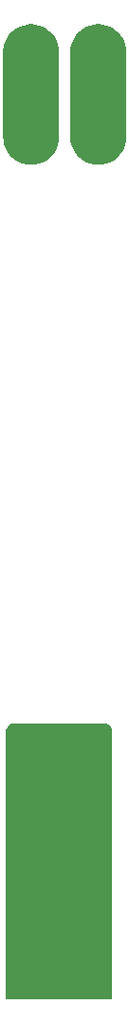
<source format=gbr>
G04 EAGLE Gerber RS-274X export*
G75*
%MOMM*%
%FSLAX34Y34*%
%LPD*%
%INSoldermask Bottom*%
%IPPOS*%
%AMOC8*
5,1,8,0,0,1.08239X$1,22.5*%
G01*

G36*
X112505Y6499D02*
X112505Y6499D01*
X112505Y6500D01*
X112505Y245000D01*
X112505Y245001D01*
X112361Y246464D01*
X112360Y246464D01*
X112361Y246465D01*
X111934Y247872D01*
X111933Y247872D01*
X111934Y247872D01*
X111240Y249169D01*
X111240Y249170D01*
X110307Y250306D01*
X110307Y250307D01*
X110306Y250307D01*
X109170Y251240D01*
X109169Y251240D01*
X107872Y251934D01*
X107872Y251933D01*
X107872Y251934D01*
X106465Y252361D01*
X106464Y252360D01*
X106464Y252361D01*
X105001Y252505D01*
X105000Y252505D01*
X25000Y252505D01*
X23536Y252361D01*
X23536Y252360D01*
X23535Y252361D01*
X22128Y251934D01*
X22128Y251933D01*
X22128Y251934D01*
X20831Y251240D01*
X20830Y251240D01*
X19694Y250307D01*
X19693Y250307D01*
X19693Y250306D01*
X18760Y249170D01*
X18760Y249169D01*
X18067Y247872D01*
X18066Y247872D01*
X17639Y246465D01*
X17640Y246464D01*
X17639Y246464D01*
X17495Y245001D01*
X17495Y245000D01*
X17495Y6500D01*
X17499Y6495D01*
X17500Y6495D01*
X112500Y6495D01*
X112505Y6499D01*
G37*
G36*
X103558Y750050D02*
X103558Y750050D01*
X103559Y750050D01*
X107044Y750808D01*
X107045Y750808D01*
X110387Y752055D01*
X110388Y752055D01*
X113518Y753764D01*
X113519Y753765D01*
X116375Y755902D01*
X116375Y755903D01*
X118897Y758425D01*
X118898Y758425D01*
X121035Y761281D01*
X121035Y761282D01*
X121036Y761282D01*
X122745Y764412D01*
X122745Y764413D01*
X123992Y767755D01*
X123992Y767756D01*
X124750Y771241D01*
X124750Y771242D01*
X124751Y771242D01*
X124753Y771274D01*
X124754Y771289D01*
X124756Y771314D01*
X124757Y771329D01*
X124760Y771369D01*
X124762Y771408D01*
X124765Y771448D01*
X124768Y771488D01*
X124771Y771528D01*
X124772Y771543D01*
X124775Y771582D01*
X124778Y771622D01*
X124781Y771662D01*
X124783Y771702D01*
X124786Y771741D01*
X124787Y771756D01*
X124790Y771796D01*
X124793Y771836D01*
X124796Y771875D01*
X124796Y771876D01*
X124799Y771915D01*
X124802Y771955D01*
X124803Y771970D01*
X124805Y772010D01*
X124808Y772049D01*
X124811Y772089D01*
X124814Y772129D01*
X124817Y772169D01*
X124818Y772184D01*
X124821Y772223D01*
X124824Y772263D01*
X124826Y772303D01*
X124829Y772343D01*
X124832Y772382D01*
X124833Y772397D01*
X124836Y772437D01*
X124839Y772477D01*
X124842Y772516D01*
X124842Y772517D01*
X124845Y772556D01*
X124847Y772596D01*
X124848Y772611D01*
X124851Y772651D01*
X124854Y772690D01*
X124857Y772730D01*
X124860Y772770D01*
X124863Y772810D01*
X124864Y772825D01*
X124867Y772864D01*
X124869Y772904D01*
X124872Y772944D01*
X124875Y772984D01*
X124878Y773023D01*
X124879Y773038D01*
X124882Y773078D01*
X124885Y773118D01*
X124888Y773157D01*
X124890Y773197D01*
X124893Y773237D01*
X124894Y773252D01*
X124897Y773292D01*
X124900Y773331D01*
X124903Y773371D01*
X124906Y773411D01*
X124908Y773451D01*
X124909Y773451D01*
X124908Y773451D01*
X124910Y773466D01*
X124912Y773505D01*
X124915Y773545D01*
X124918Y773585D01*
X124921Y773624D01*
X124921Y773625D01*
X124924Y773664D01*
X124925Y773679D01*
X124928Y773719D01*
X124931Y773759D01*
X124933Y773798D01*
X124936Y773838D01*
X124939Y773878D01*
X124940Y773893D01*
X124943Y773933D01*
X124946Y773972D01*
X124949Y774012D01*
X124951Y774052D01*
X124952Y774052D01*
X124951Y774052D01*
X124954Y774092D01*
X124955Y774106D01*
X124955Y774107D01*
X124958Y774146D01*
X124961Y774186D01*
X124964Y774226D01*
X124967Y774265D01*
X124967Y774266D01*
X124970Y774305D01*
X124971Y774320D01*
X124974Y774360D01*
X124976Y774400D01*
X124979Y774439D01*
X124982Y774479D01*
X124985Y774519D01*
X124986Y774534D01*
X124989Y774574D01*
X124992Y774613D01*
X124994Y774653D01*
X124995Y774653D01*
X124994Y774653D01*
X124997Y774693D01*
X125000Y774733D01*
X125001Y774747D01*
X125004Y774787D01*
X125005Y774800D01*
X125005Y850200D01*
X124751Y853758D01*
X124750Y853759D01*
X123992Y857244D01*
X123992Y857245D01*
X122745Y860587D01*
X122745Y860588D01*
X121036Y863718D01*
X121035Y863719D01*
X118898Y866575D01*
X118897Y866575D01*
X116375Y869097D01*
X116375Y869098D01*
X113519Y871235D01*
X113518Y871236D01*
X110388Y872945D01*
X110387Y872945D01*
X107045Y874192D01*
X107044Y874192D01*
X103559Y874950D01*
X103558Y874950D01*
X103558Y874951D01*
X103525Y874953D01*
X103456Y874958D01*
X103386Y874963D01*
X103317Y874968D01*
X103247Y874973D01*
X103178Y874978D01*
X103108Y874983D01*
X103039Y874988D01*
X102969Y874993D01*
X102900Y874998D01*
X102830Y875003D01*
X102761Y875008D01*
X102691Y875013D01*
X102622Y875017D01*
X102553Y875022D01*
X102552Y875022D01*
X102483Y875027D01*
X102414Y875032D01*
X102413Y875032D01*
X102344Y875037D01*
X102275Y875042D01*
X102205Y875047D01*
X102136Y875052D01*
X102066Y875057D01*
X101997Y875062D01*
X101927Y875067D01*
X101858Y875072D01*
X101788Y875077D01*
X101719Y875082D01*
X101649Y875087D01*
X101580Y875092D01*
X101510Y875097D01*
X101441Y875102D01*
X101372Y875107D01*
X101371Y875107D01*
X101302Y875112D01*
X101233Y875117D01*
X101232Y875117D01*
X101163Y875122D01*
X101094Y875127D01*
X101024Y875132D01*
X100955Y875137D01*
X100885Y875142D01*
X100816Y875147D01*
X100746Y875152D01*
X100677Y875157D01*
X100607Y875162D01*
X100538Y875167D01*
X100468Y875172D01*
X100399Y875176D01*
X100329Y875181D01*
X100260Y875186D01*
X100190Y875191D01*
X100121Y875196D01*
X100052Y875201D01*
X100051Y875201D01*
X100000Y875205D01*
X99949Y875201D01*
X99948Y875201D01*
X99879Y875196D01*
X99810Y875191D01*
X99740Y875186D01*
X99671Y875181D01*
X99601Y875176D01*
X99532Y875172D01*
X99462Y875167D01*
X99393Y875162D01*
X99323Y875157D01*
X99254Y875152D01*
X99184Y875147D01*
X99115Y875142D01*
X99045Y875137D01*
X98976Y875132D01*
X98906Y875127D01*
X98837Y875122D01*
X98768Y875117D01*
X98767Y875117D01*
X98698Y875112D01*
X98629Y875107D01*
X98628Y875107D01*
X98559Y875102D01*
X98490Y875097D01*
X98420Y875092D01*
X98351Y875087D01*
X98281Y875082D01*
X98212Y875077D01*
X98142Y875072D01*
X98073Y875067D01*
X98003Y875062D01*
X97934Y875057D01*
X97864Y875052D01*
X97795Y875047D01*
X97725Y875042D01*
X97656Y875037D01*
X97587Y875032D01*
X97586Y875032D01*
X97517Y875027D01*
X97448Y875022D01*
X97447Y875022D01*
X97378Y875017D01*
X97309Y875013D01*
X97239Y875008D01*
X97170Y875003D01*
X97100Y874998D01*
X97031Y874993D01*
X96961Y874988D01*
X96892Y874983D01*
X96822Y874978D01*
X96753Y874973D01*
X96683Y874968D01*
X96614Y874963D01*
X96544Y874958D01*
X96475Y874953D01*
X96442Y874951D01*
X96441Y874950D01*
X92956Y874192D01*
X92955Y874192D01*
X89613Y872945D01*
X89612Y872945D01*
X86482Y871236D01*
X86481Y871235D01*
X83625Y869098D01*
X83625Y869097D01*
X81103Y866575D01*
X81102Y866575D01*
X78965Y863719D01*
X78964Y863718D01*
X77255Y860588D01*
X77255Y860587D01*
X76008Y857245D01*
X76008Y857244D01*
X75250Y853759D01*
X75250Y853758D01*
X75248Y853742D01*
X75246Y853702D01*
X75245Y853702D01*
X75246Y853702D01*
X75244Y853687D01*
X75243Y853662D01*
X75242Y853647D01*
X75239Y853608D01*
X75236Y853568D01*
X75233Y853528D01*
X75230Y853489D01*
X75230Y853488D01*
X75227Y853449D01*
X75226Y853434D01*
X75223Y853394D01*
X75221Y853354D01*
X75218Y853315D01*
X75215Y853275D01*
X75212Y853235D01*
X75211Y853220D01*
X75208Y853180D01*
X75205Y853141D01*
X75203Y853101D01*
X75202Y853101D01*
X75203Y853101D01*
X75200Y853061D01*
X75197Y853021D01*
X75196Y853007D01*
X75196Y853006D01*
X75193Y852967D01*
X75190Y852927D01*
X75187Y852887D01*
X75184Y852848D01*
X75184Y852847D01*
X75182Y852808D01*
X75180Y852793D01*
X75178Y852753D01*
X75175Y852713D01*
X75172Y852674D01*
X75169Y852634D01*
X75166Y852594D01*
X75165Y852579D01*
X75162Y852539D01*
X75160Y852500D01*
X75159Y852500D01*
X75160Y852500D01*
X75157Y852460D01*
X75154Y852420D01*
X75151Y852380D01*
X75150Y852366D01*
X75147Y852326D01*
X75144Y852286D01*
X75141Y852246D01*
X75139Y852207D01*
X75136Y852167D01*
X75135Y852152D01*
X75132Y852112D01*
X75129Y852072D01*
X75126Y852033D01*
X75123Y851993D01*
X75120Y851953D01*
X75119Y851938D01*
X75117Y851899D01*
X75116Y851898D01*
X75117Y851898D01*
X75114Y851859D01*
X75111Y851819D01*
X75108Y851779D01*
X75105Y851740D01*
X75105Y851739D01*
X75104Y851725D01*
X75101Y851685D01*
X75098Y851645D01*
X75096Y851605D01*
X75093Y851566D01*
X75090Y851526D01*
X75089Y851511D01*
X75086Y851471D01*
X75083Y851431D01*
X75080Y851392D01*
X75077Y851352D01*
X75075Y851312D01*
X75074Y851297D01*
X75073Y851297D01*
X75071Y851258D01*
X75071Y851257D01*
X75068Y851218D01*
X75065Y851178D01*
X75062Y851138D01*
X75059Y851099D01*
X75059Y851098D01*
X75058Y851084D01*
X75055Y851044D01*
X75053Y851004D01*
X75050Y850964D01*
X75047Y850925D01*
X75044Y850885D01*
X75043Y850870D01*
X75040Y850830D01*
X75037Y850790D01*
X75034Y850751D01*
X75032Y850711D01*
X75029Y850671D01*
X75028Y850656D01*
X75025Y850617D01*
X75022Y850577D01*
X75019Y850537D01*
X75016Y850497D01*
X75013Y850458D01*
X75012Y850443D01*
X75010Y850403D01*
X75007Y850363D01*
X75004Y850323D01*
X75001Y850284D01*
X74998Y850244D01*
X74997Y850229D01*
X74995Y850200D01*
X74995Y774800D01*
X75250Y771242D01*
X75250Y771241D01*
X76008Y767756D01*
X76008Y767755D01*
X77255Y764413D01*
X77255Y764412D01*
X78964Y761282D01*
X78965Y761281D01*
X81102Y758425D01*
X81103Y758425D01*
X83625Y755903D01*
X83625Y755902D01*
X86481Y753765D01*
X86482Y753765D01*
X86482Y753764D01*
X89612Y752055D01*
X89613Y752055D01*
X92955Y750808D01*
X92956Y750808D01*
X96441Y750050D01*
X96442Y750050D01*
X100000Y749795D01*
X103558Y750050D01*
G37*
G36*
X43558Y750050D02*
X43558Y750050D01*
X43559Y750050D01*
X47044Y750808D01*
X47045Y750808D01*
X50387Y752055D01*
X50388Y752055D01*
X53518Y753764D01*
X53519Y753765D01*
X56375Y755902D01*
X56375Y755903D01*
X58897Y758425D01*
X58898Y758425D01*
X61035Y761281D01*
X61035Y761282D01*
X61036Y761282D01*
X62745Y764412D01*
X62745Y764413D01*
X63992Y767755D01*
X63992Y767756D01*
X64750Y771241D01*
X64750Y771242D01*
X64751Y771242D01*
X64753Y771274D01*
X64754Y771289D01*
X64756Y771314D01*
X64757Y771329D01*
X64760Y771369D01*
X64762Y771408D01*
X64765Y771448D01*
X64768Y771488D01*
X64771Y771528D01*
X64772Y771543D01*
X64775Y771582D01*
X64778Y771622D01*
X64781Y771662D01*
X64783Y771702D01*
X64786Y771741D01*
X64787Y771756D01*
X64790Y771796D01*
X64793Y771836D01*
X64796Y771875D01*
X64796Y771876D01*
X64799Y771915D01*
X64802Y771955D01*
X64803Y771970D01*
X64805Y772010D01*
X64808Y772049D01*
X64811Y772089D01*
X64814Y772129D01*
X64817Y772169D01*
X64818Y772184D01*
X64821Y772223D01*
X64824Y772263D01*
X64826Y772303D01*
X64829Y772343D01*
X64832Y772382D01*
X64833Y772397D01*
X64836Y772437D01*
X64839Y772477D01*
X64842Y772516D01*
X64842Y772517D01*
X64845Y772556D01*
X64847Y772596D01*
X64848Y772611D01*
X64851Y772651D01*
X64854Y772690D01*
X64857Y772730D01*
X64860Y772770D01*
X64863Y772810D01*
X64864Y772825D01*
X64867Y772864D01*
X64869Y772904D01*
X64872Y772944D01*
X64875Y772984D01*
X64878Y773023D01*
X64879Y773038D01*
X64882Y773078D01*
X64885Y773118D01*
X64888Y773157D01*
X64890Y773197D01*
X64893Y773237D01*
X64894Y773252D01*
X64897Y773292D01*
X64900Y773331D01*
X64903Y773371D01*
X64906Y773411D01*
X64908Y773451D01*
X64909Y773451D01*
X64908Y773451D01*
X64910Y773466D01*
X64912Y773505D01*
X64915Y773545D01*
X64918Y773585D01*
X64921Y773624D01*
X64921Y773625D01*
X64924Y773664D01*
X64925Y773679D01*
X64928Y773719D01*
X64931Y773759D01*
X64933Y773798D01*
X64936Y773838D01*
X64939Y773878D01*
X64940Y773893D01*
X64943Y773933D01*
X64946Y773972D01*
X64949Y774012D01*
X64951Y774052D01*
X64952Y774052D01*
X64951Y774052D01*
X64954Y774092D01*
X64955Y774106D01*
X64955Y774107D01*
X64958Y774146D01*
X64961Y774186D01*
X64964Y774226D01*
X64967Y774265D01*
X64967Y774266D01*
X64970Y774305D01*
X64971Y774320D01*
X64974Y774360D01*
X64976Y774400D01*
X64979Y774439D01*
X64982Y774479D01*
X64985Y774519D01*
X64986Y774534D01*
X64989Y774574D01*
X64992Y774613D01*
X64994Y774653D01*
X64995Y774653D01*
X64994Y774653D01*
X64997Y774693D01*
X65000Y774733D01*
X65001Y774747D01*
X65004Y774787D01*
X65005Y774800D01*
X65005Y850200D01*
X64751Y853758D01*
X64750Y853759D01*
X63992Y857244D01*
X63992Y857245D01*
X62745Y860587D01*
X62745Y860588D01*
X61036Y863718D01*
X61035Y863719D01*
X58898Y866575D01*
X58897Y866575D01*
X56375Y869097D01*
X56375Y869098D01*
X53519Y871235D01*
X53518Y871236D01*
X50388Y872945D01*
X50387Y872945D01*
X47045Y874192D01*
X47044Y874192D01*
X43559Y874950D01*
X43558Y874950D01*
X43558Y874951D01*
X43525Y874953D01*
X43456Y874958D01*
X43386Y874963D01*
X43317Y874968D01*
X43247Y874973D01*
X43178Y874978D01*
X43108Y874983D01*
X43039Y874988D01*
X42969Y874993D01*
X42900Y874998D01*
X42830Y875003D01*
X42761Y875008D01*
X42691Y875013D01*
X42622Y875017D01*
X42553Y875022D01*
X42552Y875022D01*
X42483Y875027D01*
X42414Y875032D01*
X42413Y875032D01*
X42344Y875037D01*
X42275Y875042D01*
X42205Y875047D01*
X42136Y875052D01*
X42066Y875057D01*
X41997Y875062D01*
X41927Y875067D01*
X41858Y875072D01*
X41788Y875077D01*
X41719Y875082D01*
X41649Y875087D01*
X41580Y875092D01*
X41510Y875097D01*
X41441Y875102D01*
X41372Y875107D01*
X41371Y875107D01*
X41302Y875112D01*
X41233Y875117D01*
X41232Y875117D01*
X41163Y875122D01*
X41094Y875127D01*
X41024Y875132D01*
X40955Y875137D01*
X40885Y875142D01*
X40816Y875147D01*
X40746Y875152D01*
X40677Y875157D01*
X40607Y875162D01*
X40538Y875167D01*
X40468Y875172D01*
X40399Y875176D01*
X40329Y875181D01*
X40260Y875186D01*
X40190Y875191D01*
X40121Y875196D01*
X40052Y875201D01*
X40051Y875201D01*
X40000Y875205D01*
X39949Y875201D01*
X39948Y875201D01*
X39879Y875196D01*
X39810Y875191D01*
X39740Y875186D01*
X39671Y875181D01*
X39601Y875176D01*
X39532Y875172D01*
X39462Y875167D01*
X39393Y875162D01*
X39323Y875157D01*
X39254Y875152D01*
X39184Y875147D01*
X39115Y875142D01*
X39045Y875137D01*
X38976Y875132D01*
X38906Y875127D01*
X38837Y875122D01*
X38768Y875117D01*
X38767Y875117D01*
X38698Y875112D01*
X38629Y875107D01*
X38628Y875107D01*
X38559Y875102D01*
X38490Y875097D01*
X38420Y875092D01*
X38351Y875087D01*
X38281Y875082D01*
X38212Y875077D01*
X38142Y875072D01*
X38073Y875067D01*
X38003Y875062D01*
X37934Y875057D01*
X37864Y875052D01*
X37795Y875047D01*
X37725Y875042D01*
X37656Y875037D01*
X37587Y875032D01*
X37586Y875032D01*
X37517Y875027D01*
X37448Y875022D01*
X37447Y875022D01*
X37378Y875017D01*
X37309Y875013D01*
X37239Y875008D01*
X37170Y875003D01*
X37100Y874998D01*
X37031Y874993D01*
X36961Y874988D01*
X36892Y874983D01*
X36822Y874978D01*
X36753Y874973D01*
X36683Y874968D01*
X36614Y874963D01*
X36544Y874958D01*
X36475Y874953D01*
X36442Y874951D01*
X36441Y874950D01*
X32956Y874192D01*
X32955Y874192D01*
X29613Y872945D01*
X29612Y872945D01*
X26482Y871236D01*
X26481Y871235D01*
X23625Y869098D01*
X23625Y869097D01*
X21103Y866575D01*
X21102Y866575D01*
X18965Y863719D01*
X18964Y863718D01*
X17255Y860588D01*
X17255Y860587D01*
X16008Y857245D01*
X16008Y857244D01*
X15250Y853759D01*
X15250Y853758D01*
X15248Y853742D01*
X15246Y853702D01*
X15245Y853702D01*
X15246Y853702D01*
X15244Y853687D01*
X15243Y853662D01*
X15242Y853647D01*
X15239Y853608D01*
X15236Y853568D01*
X15233Y853528D01*
X15230Y853489D01*
X15230Y853488D01*
X15227Y853449D01*
X15226Y853434D01*
X15223Y853394D01*
X15221Y853354D01*
X15218Y853315D01*
X15215Y853275D01*
X15212Y853235D01*
X15211Y853220D01*
X15208Y853180D01*
X15205Y853141D01*
X15203Y853101D01*
X15202Y853101D01*
X15203Y853101D01*
X15200Y853061D01*
X15197Y853021D01*
X15196Y853007D01*
X15196Y853006D01*
X15193Y852967D01*
X15190Y852927D01*
X15187Y852887D01*
X15184Y852848D01*
X15184Y852847D01*
X15182Y852808D01*
X15180Y852793D01*
X15178Y852753D01*
X15175Y852713D01*
X15172Y852674D01*
X15169Y852634D01*
X15166Y852594D01*
X15165Y852579D01*
X15162Y852539D01*
X15160Y852500D01*
X15159Y852500D01*
X15160Y852500D01*
X15157Y852460D01*
X15154Y852420D01*
X15151Y852380D01*
X15150Y852366D01*
X15147Y852326D01*
X15144Y852286D01*
X15141Y852246D01*
X15139Y852207D01*
X15136Y852167D01*
X15135Y852152D01*
X15132Y852112D01*
X15129Y852072D01*
X15126Y852033D01*
X15123Y851993D01*
X15120Y851953D01*
X15119Y851938D01*
X15117Y851899D01*
X15116Y851898D01*
X15117Y851898D01*
X15114Y851859D01*
X15111Y851819D01*
X15108Y851779D01*
X15105Y851740D01*
X15105Y851739D01*
X15104Y851725D01*
X15101Y851685D01*
X15098Y851645D01*
X15096Y851605D01*
X15093Y851566D01*
X15090Y851526D01*
X15089Y851511D01*
X15086Y851471D01*
X15083Y851431D01*
X15080Y851392D01*
X15077Y851352D01*
X15075Y851312D01*
X15074Y851297D01*
X15073Y851297D01*
X15071Y851258D01*
X15071Y851257D01*
X15068Y851218D01*
X15065Y851178D01*
X15062Y851138D01*
X15059Y851099D01*
X15059Y851098D01*
X15058Y851084D01*
X15055Y851044D01*
X15053Y851004D01*
X15050Y850964D01*
X15047Y850925D01*
X15044Y850885D01*
X15043Y850870D01*
X15040Y850830D01*
X15037Y850790D01*
X15034Y850751D01*
X15032Y850711D01*
X15029Y850671D01*
X15028Y850656D01*
X15025Y850617D01*
X15022Y850577D01*
X15019Y850537D01*
X15016Y850497D01*
X15013Y850458D01*
X15012Y850443D01*
X15010Y850403D01*
X15007Y850363D01*
X15004Y850323D01*
X15001Y850284D01*
X14998Y850244D01*
X14997Y850229D01*
X14995Y850200D01*
X14995Y774800D01*
X15250Y771242D01*
X15250Y771241D01*
X16008Y767756D01*
X16008Y767755D01*
X17255Y764413D01*
X17255Y764412D01*
X18964Y761282D01*
X18965Y761281D01*
X21102Y758425D01*
X21103Y758425D01*
X23625Y755903D01*
X23625Y755902D01*
X26481Y753765D01*
X26482Y753765D01*
X26482Y753764D01*
X29612Y752055D01*
X29613Y752055D01*
X32955Y750808D01*
X32956Y750808D01*
X36441Y750050D01*
X36442Y750050D01*
X40000Y749795D01*
X43558Y750050D01*
G37*
M02*

</source>
